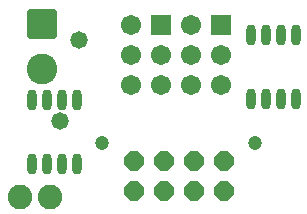
<source format=gbs>
G04 Layer_Color=16711935*
%FSLAX44Y44*%
%MOMM*%
G71*
G01*
G75*
%ADD33P,1.7595X8X202.5*%
%ADD34C,1.7032*%
%ADD35R,1.7032X1.7032*%
%ADD36C,2.0828*%
%ADD37C,2.6032*%
G04:AMPARAMS|DCode=38|XSize=2.6032mm|YSize=2.6032mm|CornerRadius=0.4016mm|HoleSize=0mm|Usage=FLASHONLY|Rotation=180.000|XOffset=0mm|YOffset=0mm|HoleType=Round|Shape=RoundedRectangle|*
%AMROUNDEDRECTD38*
21,1,2.6032,1.8000,0,0,180.0*
21,1,1.8000,2.6032,0,0,180.0*
1,1,0.8032,-0.9000,0.9000*
1,1,0.8032,0.9000,0.9000*
1,1,0.8032,0.9000,-0.9000*
1,1,0.8032,-0.9000,-0.9000*
%
%ADD38ROUNDEDRECTD38*%
%ADD39C,1.2032*%
%ADD40C,1.4732*%
%ADD41O,0.8032X1.8032*%
D33*
X188100Y45200D02*
D03*
Y19800D02*
D03*
X162700Y45200D02*
D03*
Y19800D02*
D03*
X137300Y45200D02*
D03*
Y19800D02*
D03*
X111900Y45200D02*
D03*
Y19800D02*
D03*
D34*
X110000Y109200D02*
D03*
X135400D02*
D03*
X110000Y134600D02*
D03*
X135400D02*
D03*
X110000Y160000D02*
D03*
X160800Y109200D02*
D03*
X186200D02*
D03*
X160800Y134600D02*
D03*
X186200D02*
D03*
X160800Y160000D02*
D03*
D35*
X135400D02*
D03*
X186200D02*
D03*
D36*
X40800Y15000D02*
D03*
X15400D02*
D03*
D37*
X34550Y123150D02*
D03*
D38*
Y161250D02*
D03*
D39*
X215000Y60000D02*
D03*
X85000D02*
D03*
D40*
X65800Y147496D02*
D03*
X49550Y78750D02*
D03*
D41*
X25950Y97000D02*
D03*
X38650D02*
D03*
X51350D02*
D03*
X64050D02*
D03*
X25950Y43000D02*
D03*
X38650D02*
D03*
X51350D02*
D03*
X64050D02*
D03*
X210950Y152000D02*
D03*
X223650D02*
D03*
X236350D02*
D03*
X249050D02*
D03*
X210950Y98000D02*
D03*
X223650D02*
D03*
X236350D02*
D03*
X249050D02*
D03*
M02*

</source>
